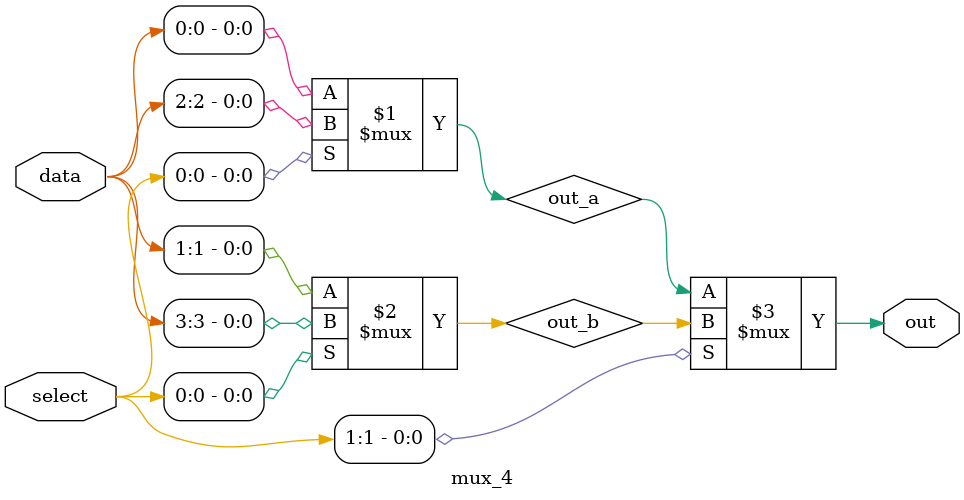
<source format=sv>
module mux_4(data, select, out);

input wire [0:3] data;
input wire [0:1] select;
output logic out;

wire out_a, out_b;

assign out_a = select[0] ? data[2] : data[0];
assign out_b = select[0] ? data[3] : data[1];

assign out = select[1] ? out_b : out_a;

endmodule
</source>
